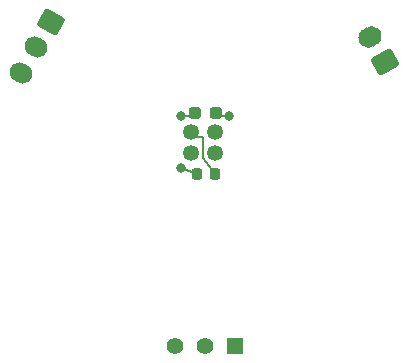
<source format=gbr>
%TF.GenerationSoftware,KiCad,Pcbnew,8.0.2-1*%
%TF.CreationDate,2024-08-06T16:02:11-04:00*%
%TF.ProjectId,Untitled,556e7469-746c-4656-942e-6b696361645f,rev?*%
%TF.SameCoordinates,Original*%
%TF.FileFunction,Copper,L1,Top*%
%TF.FilePolarity,Positive*%
%FSLAX46Y46*%
G04 Gerber Fmt 4.6, Leading zero omitted, Abs format (unit mm)*
G04 Created by KiCad (PCBNEW 8.0.2-1) date 2024-08-06 16:02:11*
%MOMM*%
%LPD*%
G01*
G04 APERTURE LIST*
G04 Aperture macros list*
%AMRoundRect*
0 Rectangle with rounded corners*
0 $1 Rounding radius*
0 $2 $3 $4 $5 $6 $7 $8 $9 X,Y pos of 4 corners*
0 Add a 4 corners polygon primitive as box body*
4,1,4,$2,$3,$4,$5,$6,$7,$8,$9,$2,$3,0*
0 Add four circle primitives for the rounded corners*
1,1,$1+$1,$2,$3*
1,1,$1+$1,$4,$5*
1,1,$1+$1,$6,$7*
1,1,$1+$1,$8,$9*
0 Add four rect primitives between the rounded corners*
20,1,$1+$1,$2,$3,$4,$5,0*
20,1,$1+$1,$4,$5,$6,$7,0*
20,1,$1+$1,$6,$7,$8,$9,0*
20,1,$1+$1,$8,$9,$2,$3,0*%
%AMHorizOval*
0 Thick line with rounded ends*
0 $1 width*
0 $2 $3 position (X,Y) of the first rounded end (center of the circle)*
0 $4 $5 position (X,Y) of the second rounded end (center of the circle)*
0 Add line between two ends*
20,1,$1,$2,$3,$4,$5,0*
0 Add two circle primitives to create the rounded ends*
1,1,$1,$2,$3*
1,1,$1,$4,$5*%
G04 Aperture macros list end*
%TA.AperFunction,EtchedComponent*%
%ADD10C,0.200000*%
%TD*%
%TA.AperFunction,ComponentPad*%
%ADD11C,1.350000*%
%TD*%
%TA.AperFunction,ComponentPad*%
%ADD12C,0.800000*%
%TD*%
%TA.AperFunction,SMDPad,CuDef*%
%ADD13RoundRect,0.237500X-0.287500X-0.237500X0.287500X-0.237500X0.287500X0.237500X-0.287500X0.237500X0*%
%TD*%
%TA.AperFunction,SMDPad,CuDef*%
%ADD14RoundRect,0.225000X-0.225000X-0.250000X0.225000X-0.250000X0.225000X0.250000X-0.225000X0.250000X0*%
%TD*%
%TA.AperFunction,ComponentPad*%
%ADD15RoundRect,0.250000X-0.327868X0.882115X-0.927868X-0.157115X0.327868X-0.882115X0.927868X0.157115X0*%
%TD*%
%TA.AperFunction,ComponentPad*%
%ADD16HorizOval,1.700000X-0.108253X0.062500X0.108253X-0.062500X0*%
%TD*%
%TA.AperFunction,ComponentPad*%
%ADD17R,1.397000X1.397000*%
%TD*%
%TA.AperFunction,ComponentPad*%
%ADD18C,1.397000*%
%TD*%
%TA.AperFunction,ComponentPad*%
%ADD19RoundRect,0.250000X0.949519X-0.144615X0.349519X0.894615X-0.949519X0.144615X-0.349519X-0.894615X0*%
%TD*%
%TA.AperFunction,ComponentPad*%
%ADD20HorizOval,1.700000X0.129904X0.075000X-0.129904X-0.075000X0*%
%TD*%
G04 APERTURE END LIST*
D10*
%TO.C,REF\u002A\u002A*%
X101640000Y-55775000D02*
X102865000Y-55790000D01*
X102467500Y-57460000D02*
X103490000Y-57510000D01*
X102965000Y-60660000D02*
X101639996Y-60160010D01*
X103490000Y-57510000D02*
X103490000Y-59360000D01*
X103490000Y-59360000D02*
X104515000Y-60660000D01*
X104615000Y-55790000D02*
X105740000Y-55775000D01*
%TD*%
D11*
%TO.P,REF\u002A\u002A,3*%
%TO.N,N/C*%
X104492500Y-57160000D03*
%TO.P,REF\u002A\u002A,4*%
X104492500Y-58860000D03*
D12*
%TO.P,REF\u002A\u002A,5*%
%TO.N,LED_C*%
X101640000Y-55775000D03*
D13*
X102865000Y-55490000D03*
%TO.P,REF\u002A\u002A,6*%
%TO.N,LED_A*%
X104615000Y-55490000D03*
D12*
X105740000Y-55775000D03*
D11*
%TO.P,REF\u002A\u002A,7*%
%TO.N,SiPM_C*%
X102467500Y-57160000D03*
D14*
X104515000Y-60660000D03*
D11*
%TO.P,REF\u002A\u002A,8*%
%TO.N,SiPM_A*%
X102467500Y-58860000D03*
D12*
%TO.P,REF\u002A\u002A,9*%
%TO.N,GND*%
X101640000Y-60160000D03*
D14*
X102965000Y-60660000D03*
%TD*%
D15*
%TO.P,REF\u002A\u002A,1*%
%TO.N,TMP_OUT*%
X90600000Y-47800000D03*
D16*
%TO.P,REF\u002A\u002A,2*%
%TO.N,TMP_VDD*%
X89350000Y-49965064D03*
%TO.P,REF\u002A\u002A,3*%
%TO.N,GND*%
X88100000Y-52130127D03*
%TD*%
D17*
%TO.P,REF\u002A\u002A,1*%
%TO.N,SiPM_C*%
X106187500Y-75250100D03*
D18*
%TO.P,REF\u002A\u002A,2*%
%TO.N,SiPM_A*%
X103647500Y-75250100D03*
%TO.P,REF\u002A\u002A,3*%
%TO.N,GND*%
X101107500Y-75250100D03*
%TD*%
D19*
%TO.P,REF\u002A\u002A,1*%
%TO.N,LED_A*%
X118879664Y-51220032D03*
D20*
%TO.P,REF\u002A\u002A,2*%
%TO.N,GND*%
X117629664Y-49054968D03*
%TD*%
M02*

</source>
